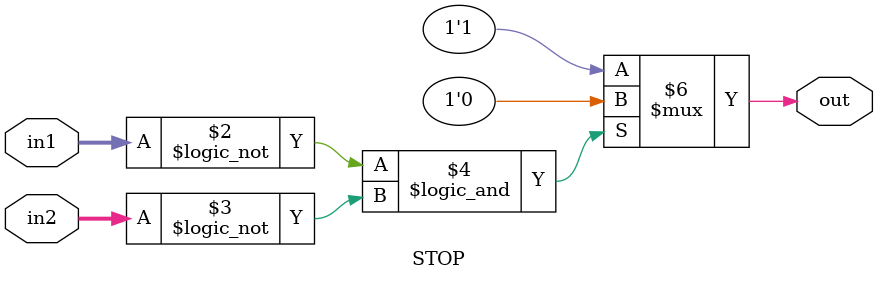
<source format=v>
module main(clk, rst, light, ssd);
    input clk;
    input rst;
    output [3:0]light;
    output [7:0]ssd;
   
    wire enable;
    wire [3:0]value0;
    wire [3:0]value1;
    wire clk_d;
    wire clk_scan;
    wire [1:0]borrow;
    wire [3:0]num;
    
    FD U0(.clk(clk), .rst(rst), .clk_out(clk_d), .clk_out2(clk_scan));
    STOP U3(.in1(value1), .in2(value0), .out(enable));
    BCD_DOWN digit1(.limit(4'b0000), .clk(clk_d), .rst(rst), .decrease(enable), .q(value0), .borrow(borrow[0]));
    BCD_DOWN digit2(.limit(4'b0011), .clk(clk_d), .rst(rst), .decrease(borrow[0]), .q(value1), .borrow(borrow[1]));
    SCAN U1(.control(clk_scan), .rst(rst), .in0(value0), .in1(value1), .light(light), .out(num));
    DEC U2(.in(num), .out(ssd));

endmodule

module FD(clk, rst, clk_out, clk_out2);
    input clk;
    input rst;
    output reg clk_out = 0;
    output clk_out2;
    reg s;

    reg [26:0]Q;
    reg [26:0]Q_temp;
    
    always @*
        Q_temp = Q + 1'b1;
    always @(posedge clk or negedge rst) 
        if (~rst || s == 1) Q <= 27'd0;
        else Q <= Q_temp;
    
    always @(posedge clk or negedge rst)
        if (~rst)
            clk_out <= 0;
        else
            clk_out <= clk_out ^ s;
    
    always @* 
        if (Q == 27'd50000000 - 1) begin
            s = 1;         
        end
        else begin 
            s = 0;
        end
    assign clk_out2 = Q[14];
endmodule

module BCD_DOWN(limit, clk, rst, decrease, q, borrow);
    input [3:0]limit;
    input clk;
    input rst;
    input decrease;
    output reg [3:0]q;
    output reg borrow;
    reg [3:0]q_temp;

    always @*
        if (q == 4'b0000 && decrease == 1) begin
            q_temp = 4'b1001;
            borrow = 1'b1;
        end
        else if (q != 4'b0000 && decrease == 1) begin
            q_temp = q - 1'b1;
            borrow = 1'b0;
        end
        else begin
            q_temp = q;
            borrow = 1'b0;
        end
            
    always @(posedge clk or negedge rst)
        if (~rst) q <= limit;
        else q <= q_temp;
endmodule

module SCAN(control, rst, in0, in1, light, out);
    input control;
    input rst;
    input [3:0]in0;
    input [3:0]in1;
    output reg [3:0]light;
    output reg [3:0]out;
    
    always @*
        if (control == 1'b0) begin
            light = 4'b1110;
            out = in0;
        end
        else begin
            light = 4'b1101;
            out = in1;
        end
endmodule

`define SS_0 8'b00000011
`define SS_1 8'b10011111
`define SS_2 8'b00100101
`define SS_3 8'b00001101
`define SS_4 8'b10011001
`define SS_5 8'b01001001
`define SS_6 8'b01000001
`define SS_7 8'b00011111
`define SS_8 8'b00000001
`define SS_9 8'b00001001

module DEC(in, out);
    input [3:0]in;
    output reg [7:0]out;
    
    always @*
        case(in)
            4'd0: out = `SS_0;
            4'd1: out = `SS_1;
            4'd2: out = `SS_2;
            4'd3: out = `SS_3;
            4'd4: out = `SS_4;
            4'd5: out = `SS_5;
            4'd6: out = `SS_6;
            4'd7: out = `SS_7;
            4'd8: out = `SS_8;
            4'd9: out = `SS_9;
            default: out = 8'b11111111;
        endcase
endmodule

module STOP(in1, in2, out);
    input [3:0]in1;
    input [3:0]in2;
    output reg out;
    
    always @*
        if (in1 == 4'b0000 && in2 == 4'b0000) out = 0;
        else out = 1;
endmodule

</source>
